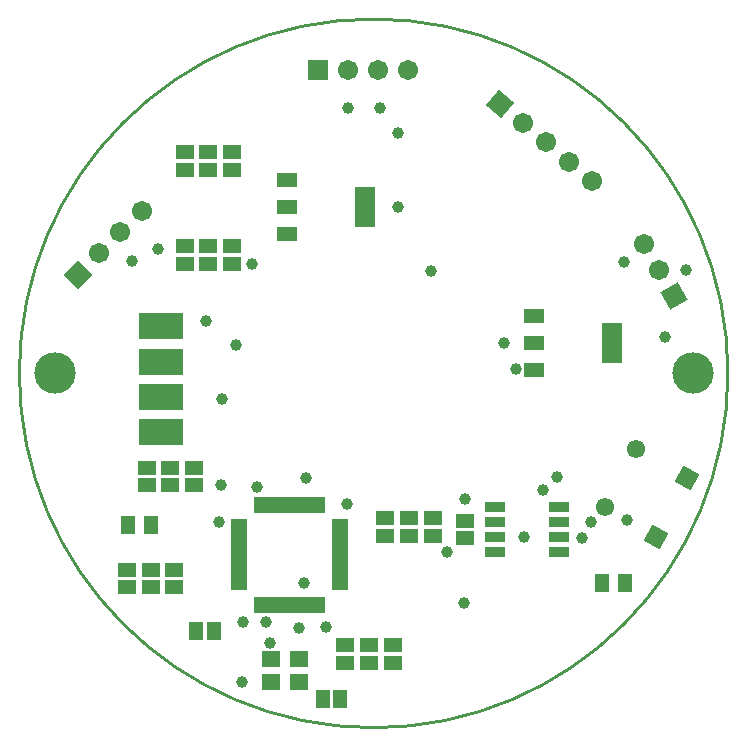
<source format=gts>
G04*
G04 #@! TF.GenerationSoftware,Altium Limited,Altium Designer,18.1.7 (191)*
G04*
G04 Layer_Color=8388736*
%FSLAX44Y44*%
%MOMM*%
G71*
G01*
G75*
%ADD10C,0.2540*%
%ADD21R,1.6032X1.4032*%
%ADD22R,1.6032X1.3032*%
%ADD23R,3.7032X2.2032*%
%ADD24R,1.3032X1.6032*%
%ADD25R,1.4032X0.5032*%
%ADD26R,0.5032X1.4032*%
%ADD27R,1.7282X0.8532*%
%ADD28R,1.6532X1.1532*%
%ADD29R,1.6532X3.4532*%
%ADD30R,1.7032X1.7032*%
%ADD31C,1.7032*%
%ADD32P,2.4087X4X365.0*%
%ADD33P,2.4087X4X165.0*%
%ADD34P,2.4087X4X90.0*%
%ADD35C,1.5532*%
%ADD36P,2.1966X4X195.0*%
%ADD37C,1.0032*%
%ADD38C,3.5032*%
D10*
X300000Y0D02*
G03*
X300000Y0I-300000J0D01*
G01*
D21*
X-86930Y-260960D02*
D03*
X-62930D02*
D03*
Y-241960D02*
D03*
X-86930D02*
D03*
D22*
X77470Y-139580D02*
D03*
Y-124580D02*
D03*
X-160000Y107500D02*
D03*
Y92500D02*
D03*
X-140000Y107500D02*
D03*
Y92500D02*
D03*
X-120000Y107500D02*
D03*
Y92500D02*
D03*
Y187500D02*
D03*
Y172500D02*
D03*
X-140000Y187500D02*
D03*
Y172500D02*
D03*
X-160000Y187500D02*
D03*
Y172500D02*
D03*
X-152240Y-79780D02*
D03*
Y-94780D02*
D03*
X-192240Y-79780D02*
D03*
Y-94780D02*
D03*
X-3970Y-244960D02*
D03*
Y-229960D02*
D03*
X-23970Y-244960D02*
D03*
Y-229960D02*
D03*
X-172240Y-79780D02*
D03*
Y-94780D02*
D03*
X30000Y-122500D02*
D03*
Y-137500D02*
D03*
X10000Y-122500D02*
D03*
Y-137500D02*
D03*
X-208890Y-166150D02*
D03*
Y-181150D02*
D03*
X-188890Y-166150D02*
D03*
Y-181150D02*
D03*
X16030Y-244960D02*
D03*
Y-229960D02*
D03*
X50000Y-122500D02*
D03*
Y-137500D02*
D03*
X-168890Y-166150D02*
D03*
Y-181150D02*
D03*
D23*
X-180000Y-50000D02*
D03*
Y-20000D02*
D03*
Y10000D02*
D03*
Y40000D02*
D03*
D24*
X-28060Y-275590D02*
D03*
X-43060D02*
D03*
X213200Y-177800D02*
D03*
X193200D02*
D03*
X-208120Y-128270D02*
D03*
X-188120D02*
D03*
X-150100Y-218440D02*
D03*
X-135100D02*
D03*
D25*
X-113620Y-181170D02*
D03*
Y-176170D02*
D03*
Y-171170D02*
D03*
Y-166170D02*
D03*
Y-161170D02*
D03*
Y-156170D02*
D03*
Y-151170D02*
D03*
Y-146170D02*
D03*
Y-141170D02*
D03*
Y-136170D02*
D03*
Y-131170D02*
D03*
Y-126170D02*
D03*
X-28620D02*
D03*
Y-131170D02*
D03*
Y-136170D02*
D03*
Y-141170D02*
D03*
Y-146170D02*
D03*
Y-151170D02*
D03*
Y-156170D02*
D03*
Y-161170D02*
D03*
Y-166170D02*
D03*
Y-171170D02*
D03*
Y-176170D02*
D03*
Y-181170D02*
D03*
D26*
X-98620Y-111170D02*
D03*
X-93620D02*
D03*
X-88620D02*
D03*
X-83620D02*
D03*
X-78620D02*
D03*
X-73620D02*
D03*
X-68620D02*
D03*
X-63620D02*
D03*
X-58620D02*
D03*
X-53620D02*
D03*
X-48620D02*
D03*
X-43620D02*
D03*
Y-196170D02*
D03*
X-48620D02*
D03*
X-53620D02*
D03*
X-58620D02*
D03*
X-63620D02*
D03*
X-68620D02*
D03*
X-73620D02*
D03*
X-78620D02*
D03*
X-83620D02*
D03*
X-88620D02*
D03*
X-93620D02*
D03*
X-98620D02*
D03*
D27*
X102420Y-113030D02*
D03*
Y-125730D02*
D03*
Y-138430D02*
D03*
Y-151130D02*
D03*
X156660D02*
D03*
Y-138430D02*
D03*
Y-125730D02*
D03*
Y-113030D02*
D03*
D28*
X135910Y48300D02*
D03*
Y25400D02*
D03*
Y2500D02*
D03*
X-73640Y163870D02*
D03*
Y140970D02*
D03*
Y118070D02*
D03*
D29*
X201910Y25400D02*
D03*
X-7640Y140970D02*
D03*
D30*
X-46990Y256540D02*
D03*
D31*
X-21590D02*
D03*
X3810D02*
D03*
X29210D02*
D03*
X126593Y211907D02*
D03*
X146050Y195580D02*
D03*
X165508Y179253D02*
D03*
X184965Y162927D02*
D03*
X228600Y109627D02*
D03*
X241300Y87630D02*
D03*
X-232410Y101600D02*
D03*
X-214450Y119561D02*
D03*
X-196489Y137521D02*
D03*
D32*
X107135Y228234D02*
D03*
D33*
X254000Y65633D02*
D03*
D34*
X-250371Y83639D02*
D03*
D35*
X222189Y-63700D02*
D03*
X195519Y-113230D02*
D03*
D36*
X265491Y-88700D02*
D03*
X238821Y-138230D02*
D03*
D37*
X76200Y-194310D02*
D03*
X77470Y-106680D02*
D03*
X20320Y140970D02*
D03*
Y203200D02*
D03*
X5080Y224790D02*
D03*
X48260Y86360D02*
D03*
X212090Y93980D02*
D03*
X-40640Y-214630D02*
D03*
X246380Y30480D02*
D03*
X264221Y87630D02*
D03*
X120650Y3810D02*
D03*
X-57150Y-88700D02*
D03*
X-98620Y-95840D02*
D03*
X-22860Y-110490D02*
D03*
X-110790Y-210820D02*
D03*
X-58620Y-177800D02*
D03*
X-129540Y-94780D02*
D03*
X-128270Y-21590D02*
D03*
X-102660Y92500D02*
D03*
X-142240Y44617D02*
D03*
X-182670Y105410D02*
D03*
X214630Y-124460D02*
D03*
X143510Y-99060D02*
D03*
X176530Y-139700D02*
D03*
X184150Y-126170D02*
D03*
X154940Y-87630D02*
D03*
X-116840Y24130D02*
D03*
X-21590Y224790D02*
D03*
X-130620Y-126170D02*
D03*
X-204387Y94977D02*
D03*
X62230Y-151130D02*
D03*
X127200Y-138430D02*
D03*
X110490Y25400D02*
D03*
X-63500Y-215900D02*
D03*
X-87630Y-228600D02*
D03*
X-91440Y-210820D02*
D03*
X-111100Y-260960D02*
D03*
D38*
X-270000Y0D02*
D03*
X270000D02*
D03*
M02*

</source>
